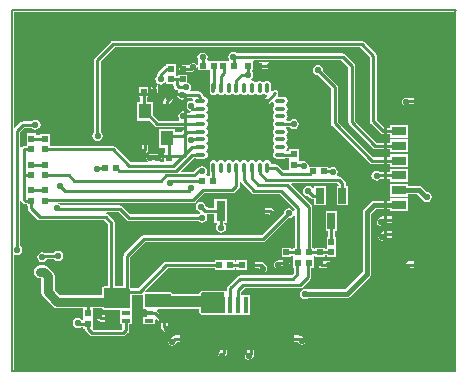
<source format=gtl>
%FSLAX25Y25*%
%MOIN*%
G70*
G01*
G75*
G04 Layer_Physical_Order=1*
G04 Layer_Color=255*
%ADD10R,0.11811X0.08268*%
%ADD11R,0.05118X0.03150*%
%ADD12R,0.01969X0.01969*%
%ADD13R,0.01969X0.01969*%
%ADD14R,0.19291X0.19291*%
%ADD15O,0.01378X0.03740*%
%ADD16O,0.03740X0.01378*%
%ADD17R,0.07087X0.07480*%
%ADD18R,0.09055X0.07480*%
%ADD19R,0.01575X0.05512*%
%ADD20R,0.04134X0.05118*%
%ADD21R,0.03150X0.06693*%
%ADD22R,0.02559X0.05315*%
%ADD23R,0.02756X0.01181*%
%ADD24R,0.03504X0.06299*%
%ADD25R,0.03740X0.03740*%
%ADD26R,0.01969X0.02362*%
%ADD27R,0.02362X0.01969*%
%ADD28C,0.01000*%
%ADD29C,0.01575*%
%ADD30C,0.03543*%
%ADD31C,0.03150*%
%ADD32C,0.00787*%
%ADD33C,0.02165*%
%ADD34C,0.11811*%
%ADD35C,0.02598*%
G36*
X76493Y62634D02*
X79914Y59214D01*
X79914Y59214D01*
X80274Y58973D01*
X80274Y58973D01*
X80274Y58973D01*
D01*
X80274Y58973D01*
X80274Y58973D01*
X80700Y58888D01*
X80700Y58888D01*
X89039D01*
X94083Y53844D01*
X93962Y53359D01*
X93610Y53252D01*
X93306Y53706D01*
X92753Y54076D01*
X92100Y54206D01*
X91447Y54076D01*
X90894Y53706D01*
X90524Y53153D01*
X90394Y52500D01*
X90416Y52389D01*
X83139Y45112D01*
X43800D01*
X43800Y45112D01*
X43374Y45027D01*
X43014Y44786D01*
X43014Y44786D01*
X37314Y39086D01*
X37073Y38726D01*
X36988Y38300D01*
X36988Y38300D01*
Y28139D01*
X34112D01*
Y49400D01*
X34112Y49400D01*
X34027Y49826D01*
X33786Y50186D01*
X33786Y50186D01*
X31886Y52086D01*
X31525Y52327D01*
X31100Y52412D01*
Y52535D01*
X31454Y52888D01*
X35439D01*
X38114Y50214D01*
X38475Y49973D01*
X38900Y49888D01*
X62031D01*
X62094Y49794D01*
X62647Y49424D01*
X63300Y49294D01*
X63953Y49424D01*
X64506Y49794D01*
X64876Y50347D01*
X65006Y51000D01*
X64876Y51653D01*
X64813Y51747D01*
X65049Y52188D01*
X67249D01*
Y49363D01*
X68302D01*
Y48770D01*
X68024Y48353D01*
X67894Y47700D01*
X68024Y47047D01*
X68394Y46494D01*
X68947Y46124D01*
X69600Y45994D01*
X70253Y46124D01*
X70806Y46494D01*
X71176Y47047D01*
X71306Y47700D01*
X71176Y48353D01*
X70806Y48906D01*
X70526Y49094D01*
Y49363D01*
X71579D01*
Y57237D01*
X67249D01*
Y54412D01*
X65954D01*
X64506Y54700D01*
X64376Y55353D01*
X64006Y55906D01*
X63453Y56276D01*
X62800Y56406D01*
X62147Y56276D01*
X61594Y55906D01*
X61224Y55353D01*
X61094Y54700D01*
X61224Y54047D01*
X61594Y53494D01*
X62147Y53124D01*
X62523Y53049D01*
X62621Y52559D01*
X62094Y52206D01*
X62031Y52112D01*
X39361D01*
X36686Y54786D01*
X36325Y55027D01*
X35900Y55112D01*
X35900Y55112D01*
X16336D01*
X16206Y55306D01*
X15653Y55676D01*
X15000Y55806D01*
X15082Y55888D01*
X60300D01*
X60300Y55888D01*
X60725Y55973D01*
X61086Y56214D01*
X63961Y59088D01*
X73200D01*
X73200Y59088D01*
X73625Y59173D01*
X73986Y59414D01*
X75507Y60934D01*
X75748Y61295D01*
X75832Y61721D01*
X75832Y61721D01*
Y62762D01*
X76311Y62907D01*
X76493Y62634D01*
D02*
G37*
G36*
X29948Y20748D02*
X30148Y20548D01*
X30600Y20361D01*
X35814D01*
Y18176D01*
X35814Y18176D01*
X35814D01*
X35814Y18019D01*
Y17822D01*
D01*
D01*
D01*
X35814D01*
D01*
Y15460D01*
X36671D01*
Y13943D01*
X36439Y13712D01*
X27061D01*
X26761Y14012D01*
X26775Y14046D01*
X26775D01*
X26775Y14046D01*
Y17195D01*
D01*
Y17195D01*
X26775Y17195D01*
Y17589D01*
X26775D01*
Y20739D01*
D01*
Y20739D01*
X26829Y20792D01*
X29930D01*
X29948Y20748D01*
D02*
G37*
G36*
X70700Y25900D02*
Y19100D01*
X63500D01*
X63200Y19400D01*
X63000Y19600D01*
Y25900D01*
X63200Y26100D01*
X70500D01*
X70700Y25900D01*
D02*
G37*
G36*
X94088Y51602D02*
Y41039D01*
X93525D01*
Y40576D01*
X92875D01*
Y41039D01*
X89725D01*
Y37889D01*
X92875D01*
Y38352D01*
X93525D01*
X93525Y37889D01*
X93525D01*
X93525Y37495D01*
X93525D01*
Y34346D01*
X93888D01*
Y32561D01*
X93139Y31812D01*
X75900D01*
X75900Y31812D01*
X75475Y31727D01*
X75114Y31486D01*
X75114Y31486D01*
X71873Y28245D01*
X71632Y27885D01*
X71547Y27459D01*
X71547Y27459D01*
Y26610D01*
X71085Y26419D01*
X70952Y26552D01*
X70500Y26739D01*
X63200D01*
X62748Y26552D01*
X62548Y26352D01*
X62361Y25900D01*
Y25508D01*
X53536D01*
X53352Y25952D01*
X53252Y26052D01*
X52800Y26239D01*
X44465D01*
X44274Y26701D01*
X51761Y34188D01*
X67461D01*
Y33725D01*
X70611D01*
Y33725D01*
X70611D01*
X70611Y33725D01*
X71005D01*
Y33725D01*
X74154D01*
Y34188D01*
X74665D01*
Y33725D01*
X78208D01*
Y36875D01*
X74665D01*
Y36412D01*
X74154D01*
Y36875D01*
X71005D01*
D01*
D01*
X71005Y36875D01*
X70611D01*
Y36875D01*
X67461D01*
Y36412D01*
X51300D01*
X50875Y36327D01*
X50514Y36086D01*
X41939Y27512D01*
X39710D01*
X39652Y27652D01*
X39352Y27952D01*
X39212Y28010D01*
Y37839D01*
X44261Y42888D01*
X83600D01*
X83600Y42888D01*
X84026Y42973D01*
X84386Y43214D01*
X91989Y50816D01*
X92100Y50794D01*
X92753Y50924D01*
X93306Y51294D01*
X93610Y51748D01*
X94088Y51602D01*
D02*
G37*
G36*
X52900Y25500D02*
Y21200D01*
X52800Y21100D01*
X44200D01*
Y25500D01*
X44300Y25600D01*
X52800D01*
X52900Y25500D01*
D02*
G37*
G36*
X39200Y27200D02*
Y21200D01*
Y21000D01*
X30600D01*
X30400Y21200D01*
Y25100D01*
D01*
Y27300D01*
X30600Y27500D01*
X38900D01*
X39200Y27200D01*
D02*
G37*
G36*
X147200Y400D02*
X500D01*
Y38492D01*
X941Y38728D01*
X947Y38724D01*
X1600Y38594D01*
X2253Y38724D01*
X2806Y39094D01*
X3176Y39647D01*
X3306Y40300D01*
X3176Y40953D01*
X2806Y41506D01*
X2512Y41703D01*
Y56453D01*
X2990Y56598D01*
X3114Y56414D01*
X3577Y55950D01*
X3577Y55950D01*
X3938Y55709D01*
X4364Y55624D01*
X4725D01*
Y54965D01*
X5188D01*
Y54100D01*
X5188Y54100D01*
X5273Y53675D01*
X5514Y53314D01*
X8314Y50514D01*
X8314Y50514D01*
X8675Y50273D01*
X8675Y50273D01*
X8675Y50273D01*
D01*
X8675Y50273D01*
X8675Y50273D01*
X9100Y50188D01*
X9100Y50188D01*
X30639D01*
X31888Y48939D01*
Y28139D01*
X30600D01*
X30148Y27952D01*
X29948Y27752D01*
X29761Y27300D01*
Y25208D01*
X15914D01*
X14108Y27014D01*
Y31500D01*
X13940Y32345D01*
X13461Y33061D01*
X11961Y34561D01*
X11245Y35040D01*
X10400Y35208D01*
X9300D01*
X8455Y35040D01*
X7739Y34561D01*
X7260Y33845D01*
X7092Y33000D01*
X7260Y32155D01*
X7739Y31439D01*
X8455Y30960D01*
X9300Y30792D01*
X9486D01*
X9692Y30586D01*
Y26100D01*
X9860Y25255D01*
X10339Y24539D01*
X10339Y24539D01*
X10339Y24539D01*
X13439Y21439D01*
X13439Y21439D01*
X13439D01*
X13439Y21439D01*
X13439D01*
X13439Y21439D01*
Y21439D01*
Y21439D01*
D01*
D01*
X13439D01*
Y21439D01*
X14155Y20960D01*
X15000Y20792D01*
X23625D01*
Y20739D01*
X23625D01*
Y17589D01*
X23625Y17589D01*
X23625Y17195D01*
X23625D01*
Y17041D01*
X23147Y16896D01*
X23006Y17106D01*
X22453Y17476D01*
X21800Y17606D01*
X21147Y17476D01*
X20594Y17106D01*
X20224Y16553D01*
X20094Y15900D01*
X20224Y15247D01*
X20594Y14694D01*
X21147Y14324D01*
X21800Y14194D01*
X22453Y14324D01*
X22729Y14509D01*
X23625D01*
Y14046D01*
X23860D01*
X24088Y14000D01*
X24173Y13575D01*
X24414Y13214D01*
X25814Y11814D01*
X26175Y11573D01*
X26600Y11488D01*
X26600Y11488D01*
X36900D01*
X36900Y11488D01*
X37326Y11573D01*
X37686Y11814D01*
X38569Y12696D01*
X38569Y12696D01*
X38810Y13057D01*
X38810Y13057D01*
X38810Y13057D01*
X38895Y13483D01*
X38895Y13483D01*
Y15460D01*
X39751D01*
Y17665D01*
X39751Y17665D01*
D01*
D01*
D01*
D01*
D01*
X39751Y17822D01*
Y17849D01*
Y17921D01*
X39751Y18019D01*
D01*
X39751Y18176D01*
X39751Y18176D01*
X39751D01*
Y20381D01*
D01*
Y20381D01*
X39751Y20381D01*
Y20578D01*
X39751D01*
Y20787D01*
X39839Y21000D01*
Y25000D01*
Y25288D01*
X42400D01*
X42400Y25288D01*
X42825Y25373D01*
X43120Y25569D01*
X43358Y25442D01*
X43561Y25239D01*
Y21100D01*
X43649Y20888D01*
Y20578D01*
X43917D01*
X44200Y20461D01*
X44514D01*
X44831Y19986D01*
X44590Y19625D01*
X44505Y19200D01*
X44590Y18775D01*
X44831Y18414D01*
X45000Y18301D01*
X44855Y17822D01*
X43649D01*
Y15460D01*
X47586D01*
Y16988D01*
X48048Y17180D01*
X48414Y16814D01*
X48414Y16814D01*
X48630Y16669D01*
X48774Y16573D01*
X49200Y16488D01*
X49588D01*
Y14700D01*
X49588Y14700D01*
X49673Y14275D01*
X49914Y13914D01*
X50514Y13314D01*
X50875Y13073D01*
X51300Y12988D01*
X51726Y13073D01*
X52086Y13314D01*
X52327Y13675D01*
X52412Y14100D01*
X52327Y14525D01*
X52086Y14886D01*
X51812Y15161D01*
Y17600D01*
X51727Y18025D01*
X51486Y18386D01*
X51126Y18627D01*
X50700Y18712D01*
X49661D01*
X48386Y19986D01*
X48703Y20461D01*
X52800D01*
X53252Y20648D01*
X53295Y20692D01*
X62361D01*
Y19600D01*
X62548Y19148D01*
X62748Y18948D01*
X63048Y18648D01*
X63500Y18461D01*
X70700D01*
X70924Y18554D01*
X79155D01*
Y25246D01*
X76171D01*
Y26298D01*
X77461Y27588D01*
X96000D01*
X96000Y27588D01*
X96425Y27673D01*
X96786Y27914D01*
X99286Y30414D01*
X99286Y30414D01*
X99527Y30775D01*
X99612Y31200D01*
Y34346D01*
X100475D01*
Y37495D01*
D01*
Y37495D01*
X100475Y37495D01*
Y37889D01*
D01*
X100475Y38352D01*
X101025D01*
Y37889D01*
X104175D01*
Y38424D01*
X104725D01*
Y37961D01*
X107875D01*
Y41111D01*
D01*
Y41111D01*
X107875Y41111D01*
Y41505D01*
X107875D01*
Y44654D01*
X107412D01*
Y46620D01*
X108170D01*
Y53116D01*
X104430D01*
Y46620D01*
X105188D01*
Y44654D01*
X104725D01*
Y41505D01*
X104725Y41505D01*
X104725Y41111D01*
D01*
X104725Y40648D01*
X104175D01*
Y41039D01*
X101025D01*
Y40576D01*
X100475D01*
Y41039D01*
X100012D01*
Y54700D01*
X100012Y54700D01*
X99927Y55125D01*
X99686Y55486D01*
X93046Y62126D01*
X93238Y62588D01*
X108339D01*
X108885Y62042D01*
X108694Y61580D01*
X108170D01*
Y55084D01*
X111910D01*
Y61580D01*
X111152D01*
Y62460D01*
X111067Y62885D01*
X110826Y63246D01*
X109586Y64486D01*
X109225Y64727D01*
X108800Y64812D01*
X108800Y64812D01*
X108415D01*
X108179Y65253D01*
X108376Y65547D01*
X108506Y66200D01*
X108376Y66853D01*
X108006Y67406D01*
X107453Y67776D01*
X106800Y67906D01*
X106147Y67776D01*
X105901Y67612D01*
X105354D01*
Y68075D01*
X102205D01*
D01*
D01*
X102205Y68075D01*
X101811D01*
Y68075D01*
X98827D01*
X98806Y68100D01*
X98676Y68753D01*
X98306Y69306D01*
X97753Y69676D01*
X97100Y69806D01*
X96956Y69777D01*
X96680Y69832D01*
X96680Y69832D01*
X95475D01*
X95475Y70295D01*
D01*
Y70689D01*
X95475D01*
Y73839D01*
X92325D01*
Y73155D01*
X91467D01*
X91322Y73634D01*
X91391Y73680D01*
X91391D01*
X91391Y73680D01*
X91674Y74103D01*
X91773Y74602D01*
X91674Y75102D01*
X91391Y75525D01*
X90968Y75808D01*
X91391Y76239D01*
X91391D01*
Y76239D01*
D01*
D01*
X91391D01*
X91674Y76662D01*
X91773Y77161D01*
X91674Y77661D01*
X91391Y78084D01*
X90968Y78367D01*
X91391Y78798D01*
X91391D01*
Y78798D01*
D01*
D01*
X91391D01*
X91674Y79221D01*
X91773Y79720D01*
X91674Y80220D01*
X91391Y80643D01*
X90968Y80926D01*
D01*
D01*
Y80926D01*
X91103Y81164D01*
X91101Y81163D01*
X91103Y81164D01*
X91107Y81168D01*
X92478D01*
X92594Y80994D01*
X93147Y80624D01*
X93800Y80494D01*
X94453Y80624D01*
X95006Y80994D01*
X95376Y81547D01*
X95506Y82200D01*
X95376Y82853D01*
X95006Y83406D01*
X94453Y83776D01*
X93800Y83906D01*
X93147Y83776D01*
X92594Y83406D01*
X92584Y83391D01*
X91467D01*
X91322Y83870D01*
X91391Y83916D01*
X91391D01*
X91391Y83916D01*
X91674Y84339D01*
X91773Y84839D01*
X91674Y85338D01*
X91391Y85761D01*
X90968Y86044D01*
X91391Y86475D01*
X91391D01*
Y86475D01*
D01*
D01*
X91391D01*
X91674Y86898D01*
X91773Y87398D01*
X91674Y87897D01*
X91391Y88320D01*
X90968Y88603D01*
X91391Y89034D01*
X91391D01*
Y89034D01*
D01*
D01*
X91391D01*
X91674Y89457D01*
X91773Y89957D01*
X91674Y90456D01*
X91391Y90879D01*
X90968Y91162D01*
X90469Y91261D01*
X88828D01*
X88383Y91710D01*
X88625Y92070D01*
X88712Y92495D01*
X88629Y92921D01*
X88390Y93283D01*
X88030Y93525D01*
X87605Y93612D01*
X87179Y93529D01*
X86817Y93290D01*
X86723Y93196D01*
X86261Y93388D01*
Y95468D01*
X86162Y95968D01*
X85879Y96391D01*
X85456Y96674D01*
X84957Y96773D01*
X84457Y96674D01*
X84034Y96391D01*
X83927Y96231D01*
X83427D01*
X83320Y96391D01*
X82897Y96674D01*
X82398Y96773D01*
X81898Y96674D01*
X81475Y96391D01*
X81368Y96231D01*
X80868D01*
X80761Y96391D01*
X80338Y96674D01*
X79839Y96773D01*
X79727Y96751D01*
X79536Y97213D01*
X79806Y97394D01*
X80176Y97947D01*
X80306Y98600D01*
X80176Y99253D01*
X79832Y99767D01*
Y100125D01*
X80295D01*
Y103235D01*
X80295Y103235D01*
D01*
D01*
X80295Y103275D01*
D01*
X80609Y103588D01*
X109639D01*
X111988Y101239D01*
Y82900D01*
X111988Y82900D01*
X112073Y82474D01*
X112314Y82114D01*
X120247Y74181D01*
X120247Y74181D01*
X120607Y73940D01*
X120607Y73940D01*
X120608Y73940D01*
D01*
X120608Y73940D01*
X120608Y73940D01*
X121033Y73855D01*
X121033Y73855D01*
X125724D01*
Y72802D01*
X132023D01*
Y77132D01*
X125724D01*
Y76079D01*
X121494D01*
X114212Y83361D01*
Y101700D01*
X114127Y102126D01*
X113886Y102486D01*
X110886Y105486D01*
X110526Y105727D01*
X110100Y105812D01*
X110100Y105812D01*
X74969D01*
X74906Y105906D01*
X74353Y106276D01*
X73700Y106406D01*
X73047Y106276D01*
X72494Y105906D01*
X72124Y105353D01*
X71994Y104700D01*
X72124Y104047D01*
X72205Y103926D01*
X72205Y103275D01*
X71811D01*
Y103275D01*
X68661D01*
D01*
D01*
X68661Y103275D01*
X68639D01*
Y103275D01*
X65489D01*
D01*
D01*
X65489Y103275D01*
X65124D01*
X65077Y103363D01*
X64976Y103847D01*
X65106Y104500D01*
X64976Y105153D01*
X64606Y105706D01*
X64053Y106076D01*
X63400Y106206D01*
X62747Y106076D01*
X62194Y105706D01*
X61824Y105153D01*
X61694Y104500D01*
X61824Y103847D01*
X61946Y103665D01*
X61946Y103275D01*
X61946D01*
Y101970D01*
X61448Y101921D01*
X61427Y102025D01*
X61186Y102386D01*
X60826Y102627D01*
X60400Y102712D01*
X59974Y102627D01*
X59614Y102386D01*
X59414Y102186D01*
X59414Y102186D01*
X59003Y101776D01*
X56800D01*
X56375Y101691D01*
X56014Y101450D01*
X55773Y101089D01*
X55688Y100664D01*
X55773Y100238D01*
X56014Y99878D01*
X56375Y99637D01*
X56800Y99552D01*
X59464D01*
X59464Y99552D01*
X59889Y99637D01*
X60250Y99878D01*
X60986Y100614D01*
X60986Y100614D01*
X61186Y100814D01*
X61427Y101174D01*
X61448Y101279D01*
X61946Y101230D01*
Y100125D01*
X65095D01*
Y100125D01*
X65095D01*
X65095Y100125D01*
X65489D01*
D01*
X65952Y100125D01*
Y96138D01*
X65838Y95968D01*
X65739Y95468D01*
Y93106D01*
X65838Y92607D01*
X66121Y92184D01*
X66544Y91901D01*
X67043Y91802D01*
X67543Y91901D01*
X67966Y92184D01*
X68073Y92344D01*
X68573D01*
X68680Y92184D01*
X69103Y91901D01*
X69602Y91802D01*
X70102Y91901D01*
X70525Y92184D01*
X70632Y92344D01*
X71132D01*
X71239Y92184D01*
X71662Y91901D01*
X72161Y91802D01*
X72661Y91901D01*
X73084Y92184D01*
X73191Y92344D01*
X73691D01*
X73798Y92184D01*
X74221Y91901D01*
X74721Y91802D01*
X75220Y91901D01*
X75643Y92184D01*
X75750Y92344D01*
X76250D01*
X76357Y92184D01*
X76780Y91901D01*
X77280Y91802D01*
X77779Y91901D01*
X78202Y92184D01*
X78309Y92344D01*
X78809D01*
X78916Y92184D01*
X79339Y91901D01*
X79839Y91802D01*
X80338Y91901D01*
X80761Y92184D01*
X80868Y92344D01*
X81368D01*
X81475Y92184D01*
X81898Y91901D01*
X82398Y91802D01*
X82897Y91901D01*
X83320Y92184D01*
X83427Y92344D01*
X83927D01*
X84034Y92184D01*
X84457Y91901D01*
X84734Y91846D01*
X84878Y91367D01*
X82334Y88845D01*
X82334Y88845D01*
X79451Y85987D01*
X77589Y84142D01*
X77589Y84141D01*
X75217Y81790D01*
X75107Y81626D01*
X74991Y81467D01*
X74986Y81447D01*
X74975Y81430D01*
X74935Y81237D01*
X74889Y81045D01*
X74892Y81025D01*
X74888Y81005D01*
X74926Y80812D01*
X74956Y80617D01*
X74967Y80599D01*
X74971Y80579D01*
X75080Y80415D01*
X75182Y80247D01*
X75199Y80234D01*
X75210Y80217D01*
X75374Y80107D01*
X75533Y79991D01*
X75553Y79986D01*
X75570Y79975D01*
X75763Y79935D01*
X75955Y79889D01*
X75975Y79892D01*
X75995Y79888D01*
X76188Y79926D01*
X76383Y79956D01*
X76401Y79967D01*
X76421Y79971D01*
X76585Y80080D01*
X76753Y80182D01*
X79208Y82444D01*
X79236Y82482D01*
X79273Y82509D01*
X79281Y82518D01*
X79378Y82677D01*
X79464Y82795D01*
X79473Y82833D01*
X79507Y82888D01*
X79511Y82915D01*
X81016Y84407D01*
X81016Y84407D01*
X83900Y87266D01*
X83900Y87266D01*
X83900Y87266D01*
X86396Y89740D01*
X86874Y89594D01*
X86901Y89457D01*
X87184Y89034D01*
X87344Y88927D01*
Y88427D01*
X87184Y88320D01*
X86901Y87897D01*
X86802Y87398D01*
X86901Y86898D01*
X87184Y86475D01*
X87344Y86368D01*
Y85868D01*
X87184Y85761D01*
X86901Y85338D01*
X86802Y84839D01*
X86901Y84339D01*
X87184Y83916D01*
X87344Y83809D01*
Y83309D01*
X87184Y83202D01*
X86901Y82779D01*
X86802Y82279D01*
X86901Y81780D01*
X87184Y81357D01*
X87344Y81250D01*
Y80750D01*
X87184Y80643D01*
X86901Y80220D01*
X86802Y79720D01*
X86901Y79221D01*
X87184Y78798D01*
X87344Y78691D01*
Y78191D01*
X87184Y78084D01*
X86901Y77661D01*
X86802Y77161D01*
X86901Y76662D01*
X87184Y76239D01*
X87344Y76132D01*
Y75632D01*
X87184Y75525D01*
X86901Y75102D01*
X86802Y74602D01*
X86901Y74103D01*
X87184Y73680D01*
X87344Y73573D01*
Y73073D01*
X87184Y72966D01*
X86901Y72543D01*
X86802Y72043D01*
X86901Y71544D01*
X87184Y71121D01*
X87607Y70838D01*
X88106Y70739D01*
X90469D01*
X90968Y70838D01*
X91107Y70931D01*
X92325D01*
X92325Y70689D01*
X92325D01*
X92325Y70295D01*
X92325D01*
Y67146D01*
D01*
Y67146D01*
X91991Y66812D01*
X90261D01*
X88574Y68499D01*
X88213Y68740D01*
X87787Y68824D01*
X87787Y68824D01*
X86261D01*
Y68894D01*
X86162Y69393D01*
X85879Y69816D01*
X85456Y70099D01*
X84957Y70198D01*
X84457Y70099D01*
X84034Y69816D01*
X83927Y69656D01*
X83427D01*
X83320Y69816D01*
X82897Y70099D01*
X82398Y70198D01*
X81898Y70099D01*
X81475Y69816D01*
X81368Y69656D01*
X80868D01*
X80761Y69816D01*
X80338Y70099D01*
X79839Y70198D01*
X79339Y70099D01*
X78916Y69816D01*
X78809Y69656D01*
X78309D01*
X78202Y69816D01*
X77779Y70099D01*
X77280Y70198D01*
X76780Y70099D01*
X76357Y69816D01*
X76250Y69656D01*
X75750D01*
X75643Y69816D01*
X75220Y70099D01*
X74721Y70198D01*
X74221Y70099D01*
X73798Y69816D01*
X73691Y69656D01*
X73191D01*
X73084Y69816D01*
X72661Y70099D01*
X72161Y70198D01*
X71662Y70099D01*
X71239Y69816D01*
X71132Y69656D01*
X70632D01*
X70525Y69816D01*
X70102Y70099D01*
X69602Y70198D01*
X69103Y70099D01*
X68680Y69816D01*
X68573Y69656D01*
X68073D01*
X67966Y69816D01*
X67543Y70099D01*
X67043Y70198D01*
X66544Y70099D01*
X66121Y69816D01*
X65838Y69393D01*
X65739Y68894D01*
Y66531D01*
X65838Y66032D01*
X65888Y65957D01*
Y64975D01*
X65289D01*
D01*
D01*
X65289Y64975D01*
X64895D01*
Y64975D01*
X64724D01*
X64488Y65416D01*
X64776Y65847D01*
X64906Y66500D01*
X64776Y67153D01*
X64406Y67706D01*
X63853Y68076D01*
X63200Y68206D01*
X62547Y68076D01*
X61994Y67706D01*
X61905Y67573D01*
X61674Y67527D01*
X61314Y67286D01*
X60239Y66212D01*
X56438D01*
X56246Y66674D01*
X60504Y70931D01*
X60892D01*
X61032Y70838D01*
X61532Y70739D01*
X63894D01*
X64393Y70838D01*
X64816Y71121D01*
X65099Y71544D01*
X65198Y72043D01*
X65099Y72543D01*
X64816Y72966D01*
X64393Y73249D01*
X64816Y73680D01*
X64816D01*
Y73680D01*
D01*
D01*
X64816D01*
X65099Y74103D01*
X65198Y74602D01*
X65099Y75102D01*
X64816Y75525D01*
X64393Y75808D01*
X64816Y76239D01*
X64816D01*
Y76239D01*
D01*
D01*
X64816D01*
X65099Y76662D01*
X65198Y77161D01*
X65099Y77661D01*
X64816Y78084D01*
X64393Y78367D01*
X64816Y78798D01*
X64816D01*
Y78798D01*
D01*
D01*
D01*
X64816D01*
X65099Y79221D01*
X65198Y79720D01*
X65099Y80220D01*
X64816Y80643D01*
X64393Y80926D01*
X64816Y81357D01*
X64816D01*
Y81357D01*
D01*
D01*
X64816D01*
X65099Y81780D01*
X65198Y82279D01*
X65099Y82779D01*
X64816Y83202D01*
X64393Y83485D01*
X64816Y83916D01*
X64816D01*
Y83916D01*
D01*
D01*
X64816D01*
X65099Y84339D01*
X65198Y84839D01*
X65099Y85338D01*
X64816Y85761D01*
X64393Y86044D01*
X64816Y86475D01*
X64816D01*
Y86475D01*
D01*
D01*
X64816D01*
X65099Y86898D01*
X65198Y87398D01*
X65099Y87897D01*
X64816Y88320D01*
X64393Y88603D01*
X64816Y89034D01*
X64816D01*
Y89034D01*
D01*
D01*
X64816D01*
X65099Y89457D01*
X65198Y89957D01*
X65099Y90456D01*
X64816Y90879D01*
X64393Y91162D01*
X63894Y91261D01*
X63851D01*
X63824Y91287D01*
Y91287D01*
X63824D01*
D01*
D01*
D01*
X63740Y91713D01*
X63499Y92074D01*
X62786Y92786D01*
X62426Y93027D01*
X62000Y93112D01*
X62000Y93112D01*
X59615D01*
X59380Y93553D01*
X59576Y93847D01*
X59706Y94500D01*
X59576Y95153D01*
X59206Y95706D01*
X58653Y96076D01*
X58375Y96131D01*
Y98695D01*
X55225D01*
Y98232D01*
X54475D01*
X54475Y98695D01*
D01*
Y99089D01*
X54475D01*
Y102239D01*
X51325D01*
Y101761D01*
X50975Y101691D01*
X50614Y101450D01*
X50614Y101450D01*
X48714Y99550D01*
X48473Y99189D01*
X48388Y98764D01*
X48388Y98764D01*
Y98436D01*
X48194Y98306D01*
X47824Y97753D01*
X47694Y97100D01*
X47791Y96614D01*
X47437Y96260D01*
X47280Y96291D01*
X46854Y96207D01*
X46493Y95966D01*
X46252Y95605D01*
X46168Y95179D01*
Y92900D01*
X46252Y92475D01*
X46493Y92114D01*
X46854Y91873D01*
X47280Y91788D01*
X47705Y91873D01*
X48066Y92114D01*
X48307Y92475D01*
X48391Y92900D01*
Y95179D01*
Y95179D01*
X48339Y95443D01*
X48747Y95524D01*
D01*
D01*
D01*
X48747Y95524D01*
X49400Y95394D01*
X50053Y95524D01*
X50606Y95894D01*
X50847Y96254D01*
X51325Y96108D01*
Y95546D01*
X53688D01*
Y95100D01*
X53688Y95100D01*
X53773Y94674D01*
X54014Y94314D01*
X54614Y93714D01*
X54614Y93714D01*
X54975Y93473D01*
X54975Y93473D01*
X54975Y93473D01*
D01*
X54975Y93473D01*
X54975Y93473D01*
X55060Y93456D01*
X55252Y92994D01*
X55024Y92653D01*
X54894Y92000D01*
X55024Y91347D01*
X55394Y90794D01*
X55947Y90424D01*
X56600Y90294D01*
X57253Y90424D01*
X57806Y90794D01*
X57869Y90888D01*
X59679D01*
X60093Y90612D01*
X60191Y90121D01*
X60053Y89915D01*
X59400Y90045D01*
X58747Y89915D01*
X58194Y89545D01*
X57824Y88991D01*
X57694Y88339D01*
X57824Y87686D01*
X58194Y87132D01*
X58747Y86762D01*
X59144Y86683D01*
X59216Y86611D01*
X59216Y86611D01*
X59489Y86429D01*
X59344Y85950D01*
X58244D01*
X58206Y86006D01*
X57653Y86376D01*
X57000Y86506D01*
X56347Y86376D01*
X55794Y86006D01*
X55424Y85453D01*
X55294Y84800D01*
X55424Y84147D01*
X55634Y83832D01*
X55398Y83391D01*
X48781D01*
X46874Y85299D01*
Y89705D01*
X44848D01*
Y91325D01*
X45311D01*
Y94475D01*
X42161D01*
Y91325D01*
X42624D01*
Y89705D01*
X41559D01*
Y83406D01*
X45622D01*
X47534Y81493D01*
X47895Y81252D01*
X48320Y81168D01*
X48320Y81168D01*
X57462D01*
X57607Y80689D01*
X57334Y80507D01*
X57334Y80507D01*
X56339Y79512D01*
X54158D01*
Y80650D01*
X48842D01*
Y74350D01*
X51052D01*
Y72575D01*
X50589D01*
Y69512D01*
X49218D01*
X49072Y69990D01*
X49407Y70214D01*
X49648Y70574D01*
X49732Y71000D01*
X49648Y71425D01*
X49407Y71786D01*
X49046Y72027D01*
X48621Y72112D01*
X45800D01*
X45375Y72027D01*
X45014Y71786D01*
X44773Y71425D01*
X44688Y71000D01*
X44773Y70574D01*
X45014Y70214D01*
X45348Y69990D01*
X45203Y69512D01*
X39397D01*
X34302Y74607D01*
X33941Y74848D01*
X33516Y74932D01*
X33516Y74932D01*
X12475D01*
X12475Y75395D01*
D01*
Y75789D01*
X12475D01*
Y78939D01*
X9325D01*
Y78476D01*
X7875D01*
Y79151D01*
X4725D01*
Y75962D01*
X4725Y75961D01*
X4725D01*
X4725Y75608D01*
X4725Y75608D01*
X4725D01*
D01*
Y74948D01*
X3900D01*
X3475Y74863D01*
X3114Y74622D01*
X2990Y74438D01*
X2512Y74583D01*
Y79439D01*
X3961Y80888D01*
X6431D01*
X6494Y80794D01*
X7047Y80424D01*
X7700Y80294D01*
X8353Y80424D01*
X8906Y80794D01*
X9276Y81347D01*
X9406Y82000D01*
X9276Y82653D01*
X8906Y83206D01*
X8353Y83576D01*
X7700Y83706D01*
X7047Y83576D01*
X6494Y83206D01*
X6431Y83112D01*
X3500D01*
X3500Y83112D01*
X3074Y83027D01*
X2714Y82786D01*
X962Y81034D01*
X500Y81226D01*
Y119700D01*
X147200D01*
Y400D01*
D02*
G37*
%LPC*%
G36*
X79400Y11791D02*
X78974Y11707D01*
X78614Y11466D01*
X78373Y11105D01*
X78288Y10679D01*
Y5961D01*
X77914Y5586D01*
X77673Y5226D01*
X77588Y4800D01*
X77673Y4374D01*
X77914Y4014D01*
X78275Y3773D01*
X78700Y3688D01*
X79125Y3773D01*
X79486Y4014D01*
X80186Y4714D01*
X80427Y5074D01*
X80512Y5500D01*
X80512Y5500D01*
Y10679D01*
X80427Y11105D01*
X80186Y11466D01*
X79826Y11707D01*
X79400Y11791D01*
D02*
G37*
G36*
X132200Y36512D02*
X131774Y36427D01*
X131414Y36186D01*
X131414Y36186D01*
X130814Y35586D01*
X130573Y35225D01*
X130488Y34800D01*
X130573Y34374D01*
X130814Y34014D01*
X131175Y33773D01*
X131600Y33688D01*
X132026Y33773D01*
X132386Y34014D01*
X132661Y34288D01*
X139700D01*
X140126Y34373D01*
X140486Y34614D01*
X140727Y34975D01*
X140812Y35400D01*
X140727Y35825D01*
X140486Y36186D01*
X140126Y36427D01*
X139700Y36512D01*
X132200D01*
X132200Y36512D01*
D02*
G37*
G36*
X102600Y37032D02*
X102174Y36948D01*
X101814Y36707D01*
X101573Y36346D01*
X101488Y35921D01*
X101573Y35495D01*
X101814Y35134D01*
X102334Y34614D01*
X102334Y34614D01*
X102695Y34373D01*
X102695Y34373D01*
X102695Y34373D01*
D01*
X102695Y34373D01*
X102695Y34373D01*
X103121Y34288D01*
X103121Y34288D01*
X105600D01*
X106026Y34373D01*
X106386Y34614D01*
X106627Y34975D01*
X106712Y35400D01*
X106627Y35825D01*
X106386Y36186D01*
X106026Y36427D01*
X105600Y36512D01*
X103581D01*
X103386Y36707D01*
X103025Y36948D01*
X102600Y37032D01*
D02*
G37*
G36*
X89021D02*
X88595Y36948D01*
X88234Y36707D01*
X88234Y36707D01*
X87614Y36086D01*
X87373Y35726D01*
X87288Y35300D01*
X87373Y34874D01*
X87614Y34514D01*
X87975Y34273D01*
X88400Y34188D01*
X88826Y34273D01*
X89186Y34514D01*
X89481Y34809D01*
X91300D01*
X91725Y34893D01*
X92086Y35134D01*
X92327Y35495D01*
X92412Y35921D01*
X92327Y36346D01*
X92086Y36707D01*
X91725Y36948D01*
X91300Y37032D01*
X89021D01*
X89021Y37032D01*
D02*
G37*
G36*
X82800Y36412D02*
X82800Y36412D01*
X79979D01*
X79554Y36327D01*
X79193Y36086D01*
X78952Y35726D01*
X78868Y35300D01*
X78952Y34874D01*
X79193Y34514D01*
X79554Y34273D01*
X79979Y34188D01*
X82339D01*
X82703Y33824D01*
X82773Y33474D01*
X83014Y33114D01*
X83375Y32873D01*
X83800Y32788D01*
X84225Y32873D01*
X84586Y33114D01*
X84827Y33474D01*
X84912Y33900D01*
Y34300D01*
X84827Y34725D01*
X84731Y34870D01*
X84586Y35086D01*
X84586Y35086D01*
X83586Y36086D01*
X83226Y36327D01*
X82800Y36412D01*
D02*
G37*
G36*
X95621Y11791D02*
X95620Y11791D01*
X89600D01*
X89174Y11707D01*
X88814Y11466D01*
X88573Y11105D01*
X88488Y10679D01*
X88573Y10254D01*
X88814Y9893D01*
X89174Y9652D01*
X89600Y9568D01*
X95160D01*
X95714Y9014D01*
X96074Y8773D01*
X96500Y8688D01*
X96925Y8773D01*
X97286Y9014D01*
X97527Y9375D01*
X97612Y9800D01*
X97527Y10226D01*
X97286Y10586D01*
X96407Y11466D01*
X96046Y11707D01*
X95621Y11791D01*
D02*
G37*
G36*
X28900Y19312D02*
X28475Y19227D01*
X28114Y18986D01*
X27873Y18625D01*
X27788Y18200D01*
X27873Y17774D01*
X28114Y17414D01*
X28814Y16714D01*
X29175Y16473D01*
X29600Y16388D01*
X29600Y16388D01*
X32700D01*
X33125Y16473D01*
X33486Y16714D01*
X33727Y17075D01*
X33812Y17500D01*
X33727Y17925D01*
X33486Y18286D01*
X33125Y18527D01*
X32700Y18612D01*
X30061D01*
X29686Y18986D01*
X29326Y19227D01*
X28900Y19312D01*
D02*
G37*
G36*
X70400Y11791D02*
X69974Y11707D01*
X69614Y11466D01*
X69373Y11105D01*
X69288Y10679D01*
Y6361D01*
X69014Y6086D01*
X68773Y5725D01*
X68688Y5300D01*
X68773Y4874D01*
X69014Y4514D01*
X69375Y4273D01*
X69800Y4188D01*
X70226Y4273D01*
X70586Y4514D01*
X71186Y5114D01*
X71186Y5114D01*
X71427Y5474D01*
X71427Y5474D01*
X71427Y5474D01*
X71512Y5900D01*
X71512Y5900D01*
Y10679D01*
X71427Y11105D01*
X71186Y11466D01*
X70825Y11707D01*
X70400Y11791D01*
D02*
G37*
G36*
X54280Y11791D02*
X53854Y11707D01*
X53493Y11466D01*
X53493Y11466D01*
X52314Y10286D01*
X52073Y9926D01*
X51988Y9500D01*
X52073Y9075D01*
X52314Y8714D01*
X52675Y8473D01*
X53100Y8388D01*
X53526Y8473D01*
X53886Y8714D01*
X54740Y9568D01*
X60100D01*
X60526Y9652D01*
X60886Y9893D01*
X61127Y10254D01*
X61212Y10679D01*
X61127Y11105D01*
X60886Y11466D01*
X60526Y11707D01*
X60100Y11791D01*
X54280D01*
X54280Y11791D01*
D02*
G37*
G36*
X15200Y40006D02*
X14547Y39876D01*
X13994Y39506D01*
X13931Y39412D01*
X10473D01*
X10000Y39506D01*
X9347Y39376D01*
X8794Y39006D01*
X8424Y38453D01*
X8294Y37800D01*
X8424Y37147D01*
X8794Y36594D01*
X9347Y36224D01*
X10000Y36094D01*
X10653Y36224D01*
X11206Y36594D01*
X11576Y37147D01*
X11584Y37188D01*
X13931D01*
X13994Y37094D01*
X14547Y36724D01*
X15200Y36594D01*
X15853Y36724D01*
X16406Y37094D01*
X16776Y37647D01*
X16906Y38300D01*
X16776Y38953D01*
X16406Y39506D01*
X15853Y39876D01*
X15200Y40006D01*
D02*
G37*
G36*
X116400Y110012D02*
X116400Y110012D01*
X33600D01*
X33174Y109927D01*
X33030Y109831D01*
X32814Y109686D01*
X32814Y109686D01*
X27514Y104386D01*
X27273Y104025D01*
X27188Y103600D01*
X27188Y103600D01*
Y79498D01*
X26824Y78953D01*
X26694Y78300D01*
X26824Y77647D01*
X27194Y77094D01*
X27747Y76724D01*
X28400Y76594D01*
X29053Y76724D01*
X29606Y77094D01*
X29976Y77647D01*
X30106Y78300D01*
X29976Y78953D01*
X29606Y79506D01*
X29412Y79636D01*
Y103139D01*
X34061Y107788D01*
X115939D01*
X119188Y104539D01*
Y83100D01*
X119188Y83100D01*
X119273Y82674D01*
X119514Y82314D01*
X122725Y79102D01*
X122726Y79102D01*
X123086Y78861D01*
X123086Y78861D01*
X123086Y78861D01*
D01*
X123086Y78861D01*
X123086Y78861D01*
X123512Y78776D01*
X123512Y78776D01*
X125724D01*
Y77723D01*
X132023D01*
Y82054D01*
X125724D01*
Y81000D01*
X123972D01*
X121412Y83561D01*
Y105000D01*
X121327Y105426D01*
X121231Y105570D01*
X121086Y105786D01*
X121086Y105786D01*
X117186Y109686D01*
X116825Y109927D01*
X116400Y110012D01*
D02*
G37*
G36*
X44216Y78612D02*
X43791Y78527D01*
X43430Y78286D01*
X43189Y77925D01*
X43105Y77500D01*
Y74177D01*
X42814Y73886D01*
X42573Y73526D01*
X42488Y73100D01*
X42573Y72675D01*
X42814Y72314D01*
X43174Y72073D01*
X43600Y71988D01*
X44025Y72073D01*
X44386Y72314D01*
X45003Y72930D01*
X45003Y72930D01*
X45244Y73291D01*
X45244Y73291D01*
X45244Y73291D01*
X45329Y73716D01*
X45328Y73717D01*
Y77500D01*
X45244Y77925D01*
X45003Y78286D01*
X44642Y78527D01*
X44216Y78612D01*
D02*
G37*
G36*
X101900Y101906D02*
X101247Y101776D01*
X100694Y101406D01*
X100324Y100853D01*
X100194Y100200D01*
X100324Y99547D01*
X100694Y98994D01*
X101247Y98624D01*
X101900Y98494D01*
X101928Y98500D01*
X106288Y94139D01*
Y82500D01*
X106288Y82500D01*
X106373Y82074D01*
X106614Y81714D01*
X119068Y69260D01*
X119068Y69259D01*
X119284Y69115D01*
X119429Y69018D01*
X119854Y68934D01*
X125724D01*
Y67880D01*
X132023D01*
Y72211D01*
X125724D01*
Y71158D01*
X120315D01*
X108512Y82961D01*
Y94600D01*
X108427Y95025D01*
X108186Y95386D01*
X108186Y95386D01*
X103567Y100005D01*
X103606Y100200D01*
X103476Y100853D01*
X103106Y101406D01*
X102553Y101776D01*
X101900Y101906D01*
D02*
G37*
G36*
X85600Y102812D02*
X82264D01*
X81838Y102727D01*
X81477Y102486D01*
X81236Y102126D01*
X81152Y101700D01*
X81236Y101275D01*
X81477Y100914D01*
X81838Y100673D01*
X82264Y100588D01*
X85600D01*
X86026Y100673D01*
X86386Y100914D01*
X86627Y101275D01*
X86712Y101700D01*
X86627Y102126D01*
X86386Y102486D01*
X86026Y102727D01*
X85600Y102812D01*
D02*
G37*
G36*
X131128Y91040D02*
X130702Y90955D01*
X130341Y90714D01*
X130114Y90486D01*
X129873Y90126D01*
X129788Y89700D01*
X129873Y89275D01*
X130114Y88914D01*
X130474Y88673D01*
X130900Y88588D01*
X131325Y88673D01*
X131539Y88816D01*
X139700D01*
X140126Y88900D01*
X140486Y89141D01*
X140727Y89502D01*
X140812Y89928D01*
X140727Y90353D01*
X140486Y90714D01*
X140126Y90955D01*
X139700Y91040D01*
X131128D01*
X131128Y91040D01*
D02*
G37*
G36*
X52300Y91612D02*
X51875Y91527D01*
X51514Y91286D01*
X50714Y90486D01*
X50473Y90126D01*
X50388Y89700D01*
X50388Y89700D01*
Y86555D01*
X50473Y86130D01*
X50714Y85769D01*
X51074Y85528D01*
X51500Y85443D01*
X51925Y85528D01*
X52286Y85769D01*
X52527Y86130D01*
X52612Y86555D01*
Y89239D01*
X53086Y89714D01*
X53327Y90074D01*
X53412Y90500D01*
X53327Y90926D01*
X53086Y91286D01*
X52725Y91527D01*
X52300Y91612D01*
D02*
G37*
G36*
X132023Y67290D02*
X125724D01*
Y66236D01*
X122561D01*
X122053Y66576D01*
X121400Y66706D01*
X120747Y66576D01*
X120194Y66206D01*
X119824Y65653D01*
X119694Y65000D01*
X119824Y64347D01*
X120194Y63794D01*
X120747Y63424D01*
X121400Y63294D01*
X122053Y63424D01*
X122606Y63794D01*
X122752Y64012D01*
X125724D01*
Y62959D01*
X132023D01*
Y67290D01*
D02*
G37*
G36*
X85900Y54412D02*
X85900Y54412D01*
X82800D01*
X82375Y54327D01*
X82014Y54086D01*
X81773Y53725D01*
X81688Y53300D01*
X81773Y52874D01*
X82014Y52514D01*
X82375Y52273D01*
X82800Y52188D01*
X85439D01*
X86114Y51514D01*
X86475Y51273D01*
X86900Y51188D01*
X87326Y51273D01*
X87686Y51514D01*
X87927Y51875D01*
X88012Y52300D01*
X87927Y52725D01*
X87686Y53086D01*
X86686Y54086D01*
X86326Y54327D01*
X85900Y54412D01*
D02*
G37*
G36*
X128873Y51473D02*
X123461D01*
X123035Y51388D01*
X122674Y51147D01*
X122674Y51147D01*
X121814Y50286D01*
X121573Y49926D01*
X121488Y49500D01*
X121573Y49075D01*
X121814Y48714D01*
X122175Y48473D01*
X122600Y48388D01*
X123026Y48473D01*
X123386Y48714D01*
X123921Y49249D01*
X128873D01*
X129299Y49333D01*
X129659Y49574D01*
X129901Y49935D01*
X129985Y50361D01*
X129901Y50786D01*
X129659Y51147D01*
X129299Y51388D01*
X128873Y51473D01*
D02*
G37*
G36*
X124139Y46551D02*
X123714Y46467D01*
X123353Y46226D01*
X122615Y45488D01*
X122314Y45286D01*
X122073Y44925D01*
X121988Y44500D01*
X122073Y44074D01*
X122314Y43714D01*
X122675Y43473D01*
X123100Y43388D01*
X123200D01*
X123200Y43388D01*
X123626Y43473D01*
X123986Y43714D01*
X124600Y44327D01*
X128873D01*
X129299Y44412D01*
X129659Y44653D01*
X129901Y45014D01*
X129985Y45439D01*
X129901Y45865D01*
X129659Y46226D01*
X129299Y46467D01*
X128873Y46551D01*
X124139D01*
X124139Y46551D01*
D02*
G37*
G36*
X132023Y62369D02*
X125724D01*
Y58038D01*
X132023D01*
Y58798D01*
X135015D01*
X136513Y57300D01*
X136524Y57247D01*
X136894Y56694D01*
X137447Y56324D01*
X138100Y56194D01*
X138753Y56324D01*
X139306Y56694D01*
X139676Y57247D01*
X139806Y57900D01*
X139676Y58553D01*
X139306Y59106D01*
X138753Y59476D01*
X138201Y59586D01*
X136590Y61197D01*
X136135Y61501D01*
X135597Y61608D01*
X132023D01*
Y62369D01*
D02*
G37*
G36*
X98600Y61606D02*
X97947Y61476D01*
X97394Y61106D01*
X97024Y60553D01*
X96894Y59900D01*
X97024Y59247D01*
X97394Y58694D01*
X97947Y58324D01*
X98600Y58194D01*
X98711Y58216D01*
X99382Y57546D01*
X99742Y57305D01*
X100168Y57220D01*
X100168Y57220D01*
X100690D01*
Y55084D01*
X104430D01*
Y61580D01*
X100690D01*
Y60521D01*
X100192Y60472D01*
X100176Y60553D01*
X99806Y61106D01*
X99253Y61476D01*
X98600Y61606D01*
D02*
G37*
G36*
X132023Y57447D02*
X125724D01*
Y56687D01*
X120682D01*
X120144Y56580D01*
X119688Y56275D01*
X117207Y53793D01*
X116902Y53338D01*
X116795Y52800D01*
Y32982D01*
X110918Y27105D01*
X98359D01*
X98253Y27176D01*
X97600Y27306D01*
X96947Y27176D01*
X96394Y26806D01*
X96024Y26253D01*
X95894Y25600D01*
X96024Y24947D01*
X96394Y24394D01*
X96947Y24024D01*
X97600Y23894D01*
X98253Y24024D01*
X98659Y24295D01*
X111500D01*
X112038Y24402D01*
X112494Y24706D01*
X119193Y31407D01*
X119498Y31862D01*
X119605Y32400D01*
Y52218D01*
X121264Y53877D01*
X125724D01*
Y53117D01*
X132023D01*
Y57447D01*
D02*
G37*
%LPD*%
D10*
X139700Y35400D02*
D03*
Y89928D02*
D03*
D11*
X128873Y45439D02*
D03*
Y50361D02*
D03*
Y55282D02*
D03*
Y60203D02*
D03*
Y65124D02*
D03*
Y70046D02*
D03*
Y74967D02*
D03*
Y79888D02*
D03*
D12*
X25200Y15620D02*
D03*
Y19164D02*
D03*
X93900Y68721D02*
D03*
Y72264D02*
D03*
X52900Y97120D02*
D03*
Y100664D02*
D03*
X56800Y97120D02*
D03*
Y100664D02*
D03*
X10900Y65121D02*
D03*
Y68664D02*
D03*
Y73821D02*
D03*
Y77364D02*
D03*
X98900Y35921D02*
D03*
Y39464D02*
D03*
X91300Y35921D02*
D03*
Y39464D02*
D03*
X95100Y35921D02*
D03*
Y39464D02*
D03*
X102600Y35921D02*
D03*
Y39464D02*
D03*
X106300Y43080D02*
D03*
Y39536D02*
D03*
X10900Y56721D02*
D03*
Y60264D02*
D03*
D13*
X30920Y67600D02*
D03*
X34464D02*
D03*
X63520Y101700D02*
D03*
X67064D02*
D03*
X73779D02*
D03*
X70236D02*
D03*
X103779Y66500D02*
D03*
X100236D02*
D03*
X78720Y101700D02*
D03*
X82264D02*
D03*
X47280Y92900D02*
D03*
X43736D02*
D03*
X48621Y71000D02*
D03*
X52164D02*
D03*
X63320Y63400D02*
D03*
X66864D02*
D03*
X72579Y35300D02*
D03*
X69036D02*
D03*
D14*
X76000Y81000D02*
D03*
D15*
X79839Y94287D02*
D03*
X72161D02*
D03*
X79839Y67713D02*
D03*
X72161D02*
D03*
X67043Y94287D02*
D03*
X69602D02*
D03*
X67043Y67713D02*
D03*
X69602D02*
D03*
X77280Y94287D02*
D03*
X74721D02*
D03*
X77280Y67713D02*
D03*
X74721D02*
D03*
X84957Y94287D02*
D03*
X82398D02*
D03*
X84957Y67713D02*
D03*
X82398D02*
D03*
D16*
X62713Y84839D02*
D03*
Y77161D02*
D03*
X89287Y84839D02*
D03*
Y77161D02*
D03*
X62713Y89957D02*
D03*
Y87398D02*
D03*
Y82279D02*
D03*
Y79720D02*
D03*
Y72043D02*
D03*
Y74602D02*
D03*
X89287Y89957D02*
D03*
Y87398D02*
D03*
Y82279D02*
D03*
Y79720D02*
D03*
Y72043D02*
D03*
Y74602D02*
D03*
D17*
X79400Y10679D02*
D03*
X70400D02*
D03*
D18*
X60100D02*
D03*
X89600D02*
D03*
D19*
X80336Y21900D02*
D03*
X77777D02*
D03*
X75218D02*
D03*
X72659D02*
D03*
X70100D02*
D03*
D20*
X44216Y86555D02*
D03*
Y77500D02*
D03*
X51500Y86555D02*
D03*
Y77500D02*
D03*
D21*
X69414Y53300D02*
D03*
X82800D02*
D03*
D22*
X106300Y49868D02*
D03*
X102560Y58332D02*
D03*
X110040D02*
D03*
D23*
X37783Y21759D02*
D03*
Y19200D02*
D03*
Y16641D02*
D03*
X45617Y21759D02*
D03*
Y19200D02*
D03*
Y16641D02*
D03*
D24*
X41700Y19200D02*
D03*
D25*
X32700Y23000D02*
D03*
Y17500D02*
D03*
X50700Y23100D02*
D03*
Y17600D02*
D03*
D26*
X6300Y56736D02*
D03*
Y60280D02*
D03*
Y65136D02*
D03*
Y68679D02*
D03*
Y73836D02*
D03*
Y77380D02*
D03*
D27*
X76436Y35300D02*
D03*
X79979D02*
D03*
D28*
X51200Y65100D02*
X60700D01*
X49400Y63300D02*
X51200Y65100D01*
X18779Y65121D02*
X20600Y63300D01*
X49400D01*
X10900Y65121D02*
X18779D01*
X4364Y56736D02*
X6300D01*
X3900Y57200D02*
X4364Y56736D01*
X3900Y57200D02*
Y65136D01*
X6300D01*
X3900D02*
Y73836D01*
X6300D01*
X49500Y98764D02*
X51400Y100664D01*
X49500Y98000D02*
Y98764D01*
X99200Y65700D02*
X99500Y66000D01*
X89800Y65700D02*
X99200D01*
X87787Y67713D02*
X89800Y65700D01*
X53500Y63400D02*
X63320D01*
X52700Y62600D02*
X53500Y63400D01*
X63500Y60200D02*
X73200D01*
X60300Y57000D02*
X63500Y60200D01*
X11180Y57000D02*
X60300D01*
X10900Y56721D02*
X11180Y57000D01*
X31100Y51300D02*
X33000Y49400D01*
X9100Y51300D02*
X31100D01*
X6300Y54100D02*
X9100Y51300D01*
X96680Y68721D02*
X97200Y68200D01*
X16000Y61700D02*
X17700Y60000D01*
X28300Y78200D02*
Y103600D01*
X33600Y108900D01*
X116400D01*
X120300Y105000D01*
Y83100D02*
Y105000D01*
Y83100D02*
X123512Y79888D01*
X128873D01*
X123100Y44500D02*
X123200D01*
X124139Y45439D01*
X128873D01*
X123461Y50361D02*
X128873D01*
X131600Y34800D02*
X132200Y35400D01*
X139700D01*
X69414Y47886D02*
X69600Y47700D01*
X69414Y47886D02*
Y53300D01*
X38100Y26400D02*
Y38300D01*
X43800Y44000D01*
X83600D01*
X92100Y52500D01*
X51300Y35300D02*
X69036D01*
X42400Y26400D02*
X51300Y35300D01*
X38100Y26400D02*
X42400D01*
X121424Y65124D02*
X128873D01*
X59500Y76900D02*
X59761Y77161D01*
X62713D01*
X54700Y66700D02*
X60043Y72043D01*
X35564Y66700D02*
X54700D01*
X59902Y74602D02*
X62713D01*
X53700Y68400D02*
X59902Y74602D01*
X82264Y101700D02*
X85600D01*
X78600Y98600D02*
X78720Y98721D01*
Y101700D01*
X1400Y40800D02*
Y79900D01*
X3500Y82000D01*
X7700D01*
X73700Y104700D02*
X73779Y104621D01*
Y101700D02*
Y104621D01*
X10400Y38300D02*
X15200D01*
X63400Y104500D02*
X63520Y104379D01*
Y101700D02*
Y104379D01*
X51400Y100664D02*
X52900D01*
X76400Y98600D02*
X78600D01*
X74721Y96921D02*
X76400Y98600D01*
X74721Y94287D02*
Y96921D01*
X70236Y101700D02*
X70400Y101536D01*
Y99100D02*
Y101536D01*
X69602Y98302D02*
X70400Y99100D01*
X69602Y94287D02*
Y98302D01*
X67043Y94287D02*
X67064Y94308D01*
Y101700D01*
X21900Y15800D02*
X22080Y15620D01*
X25200D01*
Y14000D02*
X26600Y12600D01*
X25200Y14000D02*
Y15620D01*
Y22700D02*
X25500Y23000D01*
X25200Y19164D02*
Y22700D01*
X26600Y12600D02*
X36900D01*
X37783Y13483D01*
Y16641D01*
X58800Y60000D02*
X59600Y60800D01*
X17700Y60000D02*
X58800D01*
X15300Y54000D02*
X35900D01*
X38900Y51000D01*
X63300D01*
X106500Y66500D02*
X106800Y66200D01*
X103779Y66500D02*
X106500D01*
X84957Y67713D02*
X87787D01*
X108800Y63700D02*
X110040Y62460D01*
X84500Y63700D02*
X108800D01*
X82398Y65802D02*
X84500Y63700D01*
X93900Y68721D02*
X96680D01*
X93679Y72043D02*
X93900Y72264D01*
X89287Y72043D02*
X93679D01*
X28200Y67500D02*
X28300Y67600D01*
X30920D01*
X60043Y72043D02*
X62713D01*
X38936Y68400D02*
X53700D01*
X33516Y73821D02*
X38936Y68400D01*
X10900Y73821D02*
X33516D01*
X56800Y100664D02*
X59464D01*
X54800Y97120D02*
X56800D01*
X52900D02*
X54800D01*
X55400Y94500D02*
X58000D01*
X54800Y95100D02*
X55400Y94500D01*
X54800Y95100D02*
Y97120D01*
X62100Y66500D02*
X63200D01*
X60700Y65100D02*
X62100Y66500D01*
X6300Y77380D02*
X6316Y77364D01*
X10900D01*
X56800Y78400D02*
X58121Y79720D01*
X62713D01*
X48320Y82279D02*
X62713D01*
X43736Y87835D02*
Y92900D01*
Y87835D02*
X44117Y87455D01*
X47280Y92900D02*
Y95179D01*
X52164Y71000D02*
Y76836D01*
X51500Y77500D02*
X52164Y76836D01*
X45800Y71000D02*
X48621D01*
X64200Y53300D02*
X69414D01*
X62800Y54700D02*
X64200Y53300D01*
X62713Y89957D02*
Y91287D01*
X62000Y92000D02*
X62713Y91287D01*
X56600Y92000D02*
X62000D01*
X51500Y86555D02*
Y89700D01*
X52300Y90500D01*
X44216Y73716D02*
Y77500D01*
X43600Y73100D02*
X44216Y73716D01*
X57039Y84839D02*
X62713D01*
X57000Y84800D02*
X57039Y84839D01*
X60002Y87398D02*
X62713D01*
X82800Y53300D02*
X85900D01*
X29600Y17500D02*
X32700D01*
X28900Y18200D02*
X29600Y17500D01*
X45617Y19200D02*
X47600D01*
X49200Y17600D01*
X50700D01*
Y14700D02*
Y17600D01*
Y14700D02*
X51300Y14100D01*
X54280Y10679D02*
X60100D01*
X53100Y9500D02*
X54280Y10679D01*
X70400Y5900D02*
Y10679D01*
X69800Y5300D02*
X70400Y5900D01*
X79400Y5500D02*
Y10679D01*
X89600D02*
X95621D01*
X72659Y27459D02*
X75900Y30700D01*
X72659Y21900D02*
Y27459D01*
X95000Y35820D02*
X95100Y35921D01*
X75900Y30700D02*
X93600D01*
X95000Y32100D01*
Y35820D01*
X91300Y39464D02*
X95100D01*
X98900D02*
X102600D01*
Y35921D02*
X103121Y35400D01*
X105600D01*
X89021Y35921D02*
X91300D01*
X88400Y35300D02*
X89021Y35921D01*
X96000Y28700D02*
X98500Y31200D01*
X75059Y26759D02*
X77000Y28700D01*
X96000D01*
X79839Y64161D02*
Y67713D01*
Y64161D02*
X82000Y62000D01*
X91600D01*
X98900Y54700D01*
Y39464D02*
Y54700D01*
X89500Y60000D02*
X95200Y54300D01*
X77280Y63420D02*
Y67713D01*
Y63420D02*
X80700Y60000D01*
X89500D01*
X102672Y39536D02*
X106300D01*
X102600Y39464D02*
X102672Y39536D01*
X106300Y43080D02*
Y49868D01*
X110040Y58332D02*
Y62460D01*
X82398Y65802D02*
Y67713D01*
X66864Y63400D02*
X67000Y63536D01*
Y67669D01*
X67043Y67713D01*
X100168Y58332D02*
X102560D01*
X98700Y59800D02*
X100168Y58332D01*
X6316Y60264D02*
X10900D01*
X6300Y60280D02*
X6316Y60264D01*
X73200Y60200D02*
X74721Y61721D01*
Y67713D01*
X6300Y54100D02*
Y56736D01*
X33000Y26400D02*
Y49400D01*
X6316Y68664D02*
X10900D01*
X6300Y68679D02*
X6316Y68664D01*
X89287Y82279D02*
X93721D01*
X93800Y82200D01*
X59464Y100664D02*
X60200Y101400D01*
X60400Y101600D01*
X95200Y39464D02*
Y54300D01*
X51400Y78400D02*
X56800D01*
X44117Y86484D02*
Y87455D01*
Y86484D02*
X48320Y82279D01*
X34464Y67800D02*
X35564Y66700D01*
X75059Y19900D02*
Y26759D01*
X98500Y31200D02*
Y35921D01*
X59231Y88169D02*
X60002Y87398D01*
X72579Y35300D02*
X76436D01*
X79979D02*
X82800D01*
X83800Y34300D01*
Y33900D02*
Y34300D01*
X121033Y74967D02*
X128873D01*
X113100Y82900D02*
X121033Y74967D01*
X113100Y82900D02*
Y101700D01*
X110100Y104700D02*
X113100Y101700D01*
X73700Y104700D02*
X110100D01*
X1400Y40800D02*
X1900Y40300D01*
X119854Y70046D02*
X128873D01*
X107400Y82500D02*
X119854Y70046D01*
X107400Y82500D02*
Y94600D01*
X101900Y100100D02*
X107400Y94600D01*
X9800Y37700D02*
X10400Y38300D01*
X78455Y83262D02*
X78462Y83270D01*
X76000Y81000D02*
X78372Y83352D01*
X76000Y81000D02*
X78455Y83262D01*
X78700Y4800D02*
X79400Y5500D01*
X95621Y10679D02*
X96500Y9800D01*
X78372Y83352D02*
X80233Y85197D01*
X83117Y88056D01*
X85900Y53300D02*
X86900Y52300D01*
X122600Y49500D02*
X123461Y50361D01*
X83117Y88056D02*
X87600Y92500D01*
X130900Y89700D02*
X131128Y89928D01*
X139700D01*
X124100Y31800D02*
Y93700D01*
X126200Y95800D01*
X147200D01*
Y29500D02*
Y95800D01*
X126400Y29500D02*
X147200D01*
X124100Y31800D02*
X126400Y29500D01*
X38705Y92264D02*
X39689D01*
X38705Y71595D02*
Y92264D01*
Y71595D02*
X39689D01*
X57406D01*
Y72579D01*
Y92264D01*
X39689D02*
X57406D01*
D29*
X135597Y60203D02*
X138000Y57800D01*
X128873Y60203D02*
X135597D01*
X97600Y25700D02*
X111500D01*
X118200Y32400D01*
Y52800D01*
X120682Y55282D01*
X128873D01*
D30*
X51600Y23100D02*
X65800D01*
D31*
X25500Y23000D02*
X32700D01*
X15000D02*
X25500D01*
X11900Y26100D02*
X15000Y23000D01*
X11900Y26100D02*
Y31500D01*
X10400Y33000D02*
X11900Y31500D01*
X9300Y33000D02*
X10400D01*
D32*
X0Y120100D02*
X147800D01*
X147638Y0D02*
Y120100D01*
X0Y0D02*
X147638D01*
X0D02*
Y120100D01*
D33*
X28400Y78300D02*
D03*
X123100Y44500D02*
D03*
X122900Y49600D02*
D03*
X131400Y34700D02*
D03*
X131300Y89700D02*
D03*
X57400Y22800D02*
D03*
X138100Y57900D02*
D03*
X97600Y25600D02*
D03*
X69600Y47700D02*
D03*
X92100Y52500D02*
D03*
X121400Y65000D02*
D03*
X59500Y76900D02*
D03*
X41700Y19200D02*
D03*
X85800Y101700D02*
D03*
X1600Y40300D02*
D03*
X7700Y82000D02*
D03*
X73700Y104700D02*
D03*
X10000Y37800D02*
D03*
X15200Y38300D02*
D03*
X63400Y104500D02*
D03*
X47280Y95179D02*
D03*
X49400Y97100D02*
D03*
X78600Y98600D02*
D03*
X21800Y15900D02*
D03*
X15000Y54100D02*
D03*
X63300Y51000D02*
D03*
X59600Y60800D02*
D03*
X106800Y66200D02*
D03*
X16000Y61600D02*
D03*
X97100Y68100D02*
D03*
X28200Y67400D02*
D03*
X60200Y101400D02*
D03*
X58000Y94500D02*
D03*
X63200Y66500D02*
D03*
X45800Y71000D02*
D03*
X62800Y54700D02*
D03*
X56600Y92000D02*
D03*
X52300Y90800D02*
D03*
X43500Y72800D02*
D03*
X57000Y84800D02*
D03*
X59400Y88339D02*
D03*
X86800Y52300D02*
D03*
X28900Y18300D02*
D03*
X51400Y13900D02*
D03*
X53100Y9500D02*
D03*
X70000Y5000D02*
D03*
X78800Y4800D02*
D03*
X96400Y9800D02*
D03*
X83000Y23500D02*
D03*
X85700D02*
D03*
X83000Y20200D02*
D03*
X85700D02*
D03*
X9200Y33000D02*
D03*
X88400Y35300D02*
D03*
X105600Y35400D02*
D03*
X38000Y24100D02*
D03*
X38100Y26400D02*
D03*
X35500D02*
D03*
X33000D02*
D03*
X98600Y59900D02*
D03*
X52700Y62600D02*
D03*
X93800Y82200D02*
D03*
X83700Y33800D02*
D03*
X101900Y100200D02*
D03*
D34*
X7480Y7874D02*
D03*
X140551Y7087D02*
D03*
X6791Y111024D02*
D03*
X140748D02*
D03*
D35*
X83087Y73913D02*
D03*
X78362D02*
D03*
X73638D02*
D03*
X68913D02*
D03*
X83087Y78638D02*
D03*
X78362D02*
D03*
X73638D02*
D03*
X68913D02*
D03*
X83087Y83362D02*
D03*
X78362D02*
D03*
X73638D02*
D03*
X68913D02*
D03*
X83087Y88087D02*
D03*
X78362D02*
D03*
X73638D02*
D03*
X68913D02*
D03*
M02*

</source>
